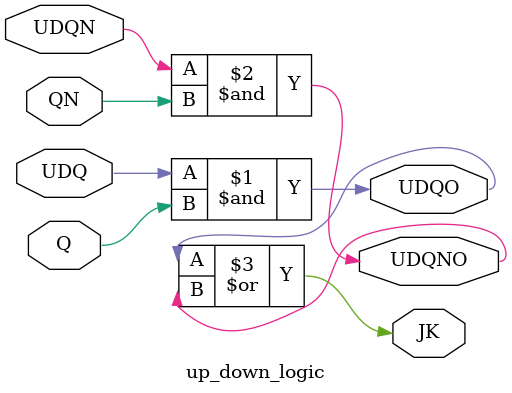
<source format=sv>
`timescale 1ns / 1ps


module up_down_logic(
    input Q,
    input UDQ,
    input QN,
    input UDQN,
    output UDQO,
    output UDQNO,
    output JK
    );
    
    assign UDQO = UDQ & Q;
    assign UDQNO = UDQN & QN;
    
    assign JK = UDQO | UDQNO;
endmodule

</source>
